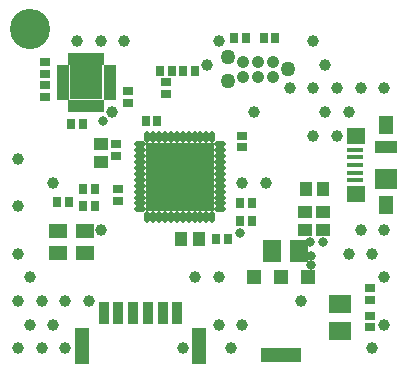
<source format=gbr>
%TF.GenerationSoftware,Altium Limited,Altium Designer,23.4.1 (23)*%
G04 Layer_Color=8388736*
%FSLAX45Y45*%
%MOMM*%
%TF.SameCoordinates,E9D3CAE9-A23F-4039-930E-E97F2D72BBB1*%
%TF.FilePolarity,Negative*%
%TF.FileFunction,Soldermask,Top*%
%TF.Part,Single*%
G01*
G75*
%TA.AperFunction,ConnectorPad*%
%ADD13R,1.38000X0.45000*%
%ADD14R,1.55000X1.42500*%
%ADD15R,1.90000X1.00000*%
%ADD16R,1.90000X1.80000*%
%ADD17R,1.30000X1.65000*%
%TA.AperFunction,SMDPad,CuDef*%
%ADD22R,3.50000X1.25000*%
%ADD23R,1.25000X1.25000*%
%ADD50R,1.90320X1.60320*%
%ADD51R,1.20320X1.00320*%
%ADD52R,0.90320X0.80320*%
%ADD53R,0.80320X0.90320*%
%ADD54R,1.60320X1.90320*%
%ADD55R,1.00320X1.20320*%
%ADD56R,2.80320X2.90320*%
%ADD57R,0.55320X1.00320*%
%ADD58R,1.05320X0.55320*%
%ADD59R,5.80320X5.80320*%
%ADD60O,0.45320X1.00320*%
%ADD61O,1.00320X0.45320*%
%ADD62R,0.85320X1.90320*%
%ADD63R,1.20320X3.10320*%
%ADD64R,1.50320X1.30320*%
%TA.AperFunction,BGAPad,CuDef*%
%ADD65C,1.06620*%
%TA.AperFunction,ComponentPad*%
%ADD66C,3.40320*%
%ADD67C,1.27020*%
%TA.AperFunction,ViaPad*%
%ADD68C,1.00320*%
%ADD69C,0.80320*%
%ADD70C,0.70320*%
D13*
X10250000Y7880000D02*
D03*
Y7815000D02*
D03*
Y7750000D02*
D03*
Y7685000D02*
D03*
Y7620000D02*
D03*
D14*
X10258500Y7998750D02*
D03*
Y7501250D02*
D03*
D15*
X10516000Y7905000D02*
D03*
D16*
Y7635000D02*
D03*
D17*
Y8087500D02*
D03*
Y7412500D02*
D03*
D22*
X9630000Y6145500D02*
D03*
D23*
X9401000Y6804500D02*
D03*
X9630000D02*
D03*
X9859000D02*
D03*
D50*
X10130000Y6346400D02*
D03*
Y6575000D02*
D03*
D51*
X8100000Y7925000D02*
D03*
Y7775000D02*
D03*
X9830000Y7350000D02*
D03*
Y7200000D02*
D03*
X9980000Y7350000D02*
D03*
Y7200000D02*
D03*
D52*
X8250000Y7450000D02*
D03*
Y7550000D02*
D03*
X8230000Y7925000D02*
D03*
Y7825000D02*
D03*
X10380000Y6475000D02*
D03*
Y6375000D02*
D03*
Y6610000D02*
D03*
Y6710000D02*
D03*
X8330000Y8275000D02*
D03*
Y8375000D02*
D03*
X7630000Y8525000D02*
D03*
Y8625000D02*
D03*
Y8325000D02*
D03*
Y8425000D02*
D03*
X8650000Y8450000D02*
D03*
Y8350000D02*
D03*
X9300000Y7900000D02*
D03*
Y8000000D02*
D03*
D53*
X8050000Y7550000D02*
D03*
X7950000D02*
D03*
X7950000Y8100000D02*
D03*
X7850000D02*
D03*
X8700000Y8550000D02*
D03*
X8600000D02*
D03*
X8800000D02*
D03*
X8900000D02*
D03*
X9280000Y7275000D02*
D03*
X9380000D02*
D03*
X9280000Y7425000D02*
D03*
X9380000D02*
D03*
X9480000Y8825000D02*
D03*
X9580000D02*
D03*
X9230000D02*
D03*
X9330000D02*
D03*
X8580000Y8125000D02*
D03*
X8480000D02*
D03*
X9080000Y7125000D02*
D03*
X9180000D02*
D03*
X8050000Y7400000D02*
D03*
X7950000D02*
D03*
X7730000Y7435000D02*
D03*
X7830000D02*
D03*
D54*
X9780000Y7025000D02*
D03*
X9551400D02*
D03*
D55*
X9835000Y7550000D02*
D03*
X9985000D02*
D03*
X8930000Y7125000D02*
D03*
X8780000D02*
D03*
D56*
X7977500Y8450000D02*
D03*
D57*
X7852500Y8250000D02*
D03*
X7902500D02*
D03*
X7952500D02*
D03*
X8002500D02*
D03*
X8052500D02*
D03*
X8102500D02*
D03*
X7852500Y8650000D02*
D03*
X7902500D02*
D03*
X7952500D02*
D03*
X8002500D02*
D03*
X8052500D02*
D03*
X8102500D02*
D03*
D58*
X8175000Y8325000D02*
D03*
Y8375000D02*
D03*
Y8425000D02*
D03*
Y8475000D02*
D03*
Y8525000D02*
D03*
Y8575000D02*
D03*
X7780000Y8325000D02*
D03*
Y8375000D02*
D03*
Y8425000D02*
D03*
Y8475000D02*
D03*
Y8525000D02*
D03*
Y8575000D02*
D03*
D59*
X8770000Y7650000D02*
D03*
D60*
X8495000Y7990000D02*
D03*
X8545000D02*
D03*
X8595000D02*
D03*
X8645000D02*
D03*
X8695000D02*
D03*
X8745000D02*
D03*
X8795000D02*
D03*
X8845000D02*
D03*
X8895000D02*
D03*
X8945000D02*
D03*
X8995000D02*
D03*
X9045000D02*
D03*
Y7310000D02*
D03*
X8995000D02*
D03*
X8945000D02*
D03*
X8895000D02*
D03*
X8845000D02*
D03*
X8795000D02*
D03*
X8745000D02*
D03*
X8695000D02*
D03*
X8645000D02*
D03*
X8595000D02*
D03*
X8545000D02*
D03*
X8495000D02*
D03*
D61*
X9110000Y7925000D02*
D03*
Y7875000D02*
D03*
Y7825000D02*
D03*
Y7775000D02*
D03*
Y7725000D02*
D03*
Y7675000D02*
D03*
Y7625000D02*
D03*
Y7575000D02*
D03*
Y7525000D02*
D03*
Y7475000D02*
D03*
Y7425000D02*
D03*
Y7375000D02*
D03*
X8430000D02*
D03*
Y7425000D02*
D03*
Y7475000D02*
D03*
Y7525000D02*
D03*
Y7575000D02*
D03*
Y7625000D02*
D03*
Y7675000D02*
D03*
Y7725000D02*
D03*
Y7775000D02*
D03*
Y7825000D02*
D03*
Y7875000D02*
D03*
Y7925000D02*
D03*
D62*
X8125000Y6500000D02*
D03*
X8250000D02*
D03*
X8500000D02*
D03*
X8625000D02*
D03*
X8375000D02*
D03*
X8750000D02*
D03*
D63*
X7940000Y6220000D02*
D03*
X8935000D02*
D03*
D64*
X7735000Y7195000D02*
D03*
Y7005000D02*
D03*
X7965000Y7195000D02*
D03*
Y7005000D02*
D03*
D65*
X9303000Y8498000D02*
D03*
X9430000D02*
D03*
X9557000D02*
D03*
X9303000Y8625000D02*
D03*
X9430000D02*
D03*
X9557000D02*
D03*
D66*
X7500000Y8900000D02*
D03*
D67*
X9176000Y8663100D02*
D03*
Y8459900D02*
D03*
X9684000Y8561500D02*
D03*
D68*
X10500006Y8400005D02*
D03*
Y7200004D02*
D03*
X10400006Y7000004D02*
D03*
X10500006Y6800004D02*
D03*
Y6400003D02*
D03*
X10400006Y6200003D02*
D03*
X10300006Y8400005D02*
D03*
X10200006Y8200004D02*
D03*
X10300006Y7200004D02*
D03*
X10200006Y7000004D02*
D03*
X10000005Y8600005D02*
D03*
X10100005Y8400005D02*
D03*
X10000005Y8200004D02*
D03*
X10100005Y8000004D02*
D03*
X9900005Y8800005D02*
D03*
Y8400005D02*
D03*
Y8000004D02*
D03*
X9800005Y6600004D02*
D03*
X9700005Y8400005D02*
D03*
X9400005Y8200004D02*
D03*
X9500005Y7600004D02*
D03*
X9300005D02*
D03*
Y6400003D02*
D03*
X9200005Y6200003D02*
D03*
X9100005Y8800005D02*
D03*
X9000005Y8600005D02*
D03*
X9100005Y6800004D02*
D03*
Y6400003D02*
D03*
X8900005Y6800004D02*
D03*
X8800005Y6200003D02*
D03*
X8300004Y8800005D02*
D03*
X8200004Y8200004D02*
D03*
X8100004Y8800005D02*
D03*
Y7200004D02*
D03*
X8000004Y6600004D02*
D03*
X7900004Y8800005D02*
D03*
X7800004Y6600004D02*
D03*
Y6200003D02*
D03*
X7700004Y7600004D02*
D03*
X7600004Y6600004D02*
D03*
X7700004Y6400003D02*
D03*
X7600004Y6200003D02*
D03*
X7400004Y7800004D02*
D03*
Y7400004D02*
D03*
Y7000004D02*
D03*
X7500004Y6800004D02*
D03*
X7400004Y6600004D02*
D03*
X7500004Y6400003D02*
D03*
X7400004Y6200003D02*
D03*
D69*
X9277500Y7175000D02*
D03*
X8120000Y8122500D02*
D03*
X9877500Y6982500D02*
D03*
X9982500Y7100000D02*
D03*
X9877500Y6905000D02*
D03*
X9872500Y7097500D02*
D03*
D70*
X8032500Y8505000D02*
D03*
Y8395000D02*
D03*
X7922500D02*
D03*
Y8505000D02*
D03*
X8990000Y7430000D02*
D03*
X8880000D02*
D03*
X8770000D02*
D03*
X8660000D02*
D03*
X8550000D02*
D03*
X8990000Y7540000D02*
D03*
X8880000D02*
D03*
X8770000D02*
D03*
X8660000D02*
D03*
X8550000D02*
D03*
X8990000Y7650000D02*
D03*
X8880000D02*
D03*
X8770000D02*
D03*
X8660000D02*
D03*
X8550000D02*
D03*
X8990000Y7760000D02*
D03*
X8880000D02*
D03*
X8770000D02*
D03*
X8660000D02*
D03*
X8550000D02*
D03*
X8990000Y7870000D02*
D03*
X8880000D02*
D03*
X8770000D02*
D03*
X8660000D02*
D03*
X8550000D02*
D03*
%TF.MD5,f1bc1424ebe6f747ebeea96295af5640*%
M02*

</source>
